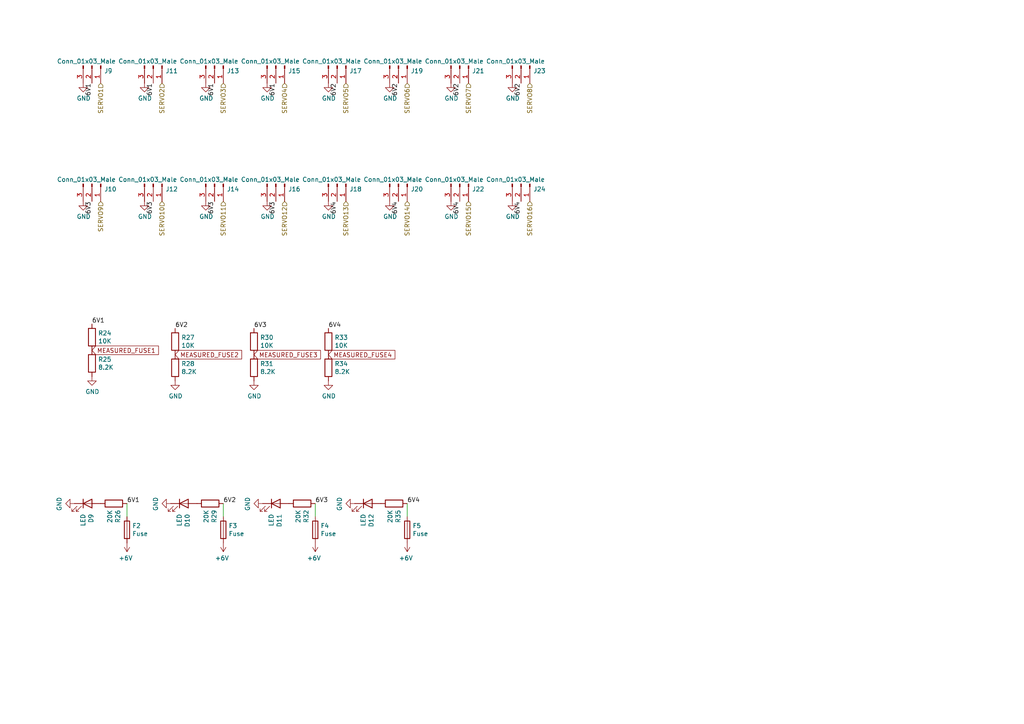
<source format=kicad_sch>
(kicad_sch (version 20230121) (generator eeschema)
  (paper "A4")
  (lib_symbols
    (symbol "Connector:Conn_01x03_Male" (pin_names (offset 1.016) hide)
      (property "Reference" "J" (at 0 5.08 0))
      (property "Value" "Conn_01x03_Male" (at 0 -5.08 0))
      (symbol "Conn_01x03_Male_1_1"
        (polyline (pts (xy 1.27 -2.54) (xy 0.8636 -2.54)) (stroke (width 0.1524)))
        (polyline (pts (xy 1.27 0) (xy 0.8636 0)) (stroke (width 0.1524)))
        (polyline (pts (xy 1.27 2.54) (xy 0.8636 2.54)) (stroke (width 0.1524)))
        (rectangle (start 0.8636 -2.413) (end 0 -2.667) (stroke (width 0.1524)) (fill (type outline)))
        (rectangle (start 0.8636 0.127) (end 0 -0.127) (stroke (width 0.1524)) (fill (type outline)))
        (rectangle (start 0.8636 2.667) (end 0 2.413) (stroke (width 0.1524)) (fill (type outline)))
        (pin passive line (at 5.08 2.54 180) (length 3.81) (name "Pin_1") (number "1"))
        (pin passive line (at 5.08 0 180) (length 3.81) (name "Pin_2") (number "2"))
        (pin passive line (at 5.08 -2.54 180) (length 3.81) (name "Pin_3") (number "3"))
      )
    )
    (symbol "Device:Fuse" (pin_numbers hide) (pin_names (offset 0))
      (property "Reference" "F" (at 2.032 0 90))
      (property "Value" "Fuse" (at -1.905 0 90))
      (symbol "Fuse_0_1"
        (rectangle (start -0.762 -2.54) (end 0.762 2.54) (stroke (width 0.254)))
        (polyline (pts (xy 0 2.54) (xy 0 -2.54)))
      )
      (symbol "Fuse_1_1"
        (pin passive line (at 0 3.81 270) (length 1.27) (name "~") (number "1"))
        (pin passive line (at 0 -3.81 90) (length 1.27) (name "~") (number "2"))
      )
    )
    (symbol "Device:LED" (pin_numbers hide) (pin_names (offset 1.016) hide)
      (property "Reference" "D" (at 0 2.54 0))
      (property "Value" "LED" (at 0 -2.54 0))
      (symbol "LED_0_1"
        (polyline (pts (xy -1.27 -1.27) (xy -1.27 1.27)) (stroke (width 0.254)))
        (polyline (pts (xy -1.27 0) (xy 1.27 0)))
        (polyline (pts (xy 1.27 -1.27) (xy 1.27 1.27) (xy -1.27 0) (xy 1.27 -1.27)) (stroke (width 0.254)))
        (polyline (pts (xy -3.048 -0.762) (xy -4.572 -2.286) (xy -3.81 -2.286) (xy -4.572 -2.286) (xy -4.572 -1.524)))
        (polyline (pts (xy -1.778 -0.762) (xy -3.302 -2.286) (xy -2.54 -2.286) (xy -3.302 -2.286) (xy -3.302 -1.524)))
      )
      (symbol "LED_1_1"
        (pin passive line (at -3.81 0 0) (length 2.54) (name "K") (number "1"))
        (pin passive line (at 3.81 0 180) (length 2.54) (name "A") (number "2"))
      )
    )
    (symbol "Device:R" (pin_numbers hide) (pin_names (offset 0))
      (property "Reference" "R" (at 2.032 0 90))
      (property "Value" "R" (at 0 0 90))
      (symbol "R_0_1"
        (rectangle (start -1.016 -2.54) (end 1.016 2.54) (stroke (width 0.254)))
      )
      (symbol "R_1_1"
        (pin passive line (at 0 3.81 270) (length 1.27) (name "~") (number "1"))
        (pin passive line (at 0 -3.81 90) (length 1.27) (name "~") (number "2"))
      )
    )
    (symbol "power:+6V" (power) (pin_names (offset 0))
      (property "Value" "+6V" (at 0 3.556 0))
      (symbol "+6V_0_1"
        (polyline (pts (xy -0.762 1.27) (xy 0 2.54)))
        (polyline (pts (xy 0 0) (xy 0 2.54)))
        (polyline (pts (xy 0 2.54) (xy 0.762 1.27)))
      )
      (symbol "+6V_1_1"
        (pin power_in line (at 0 0 90) (length 0) hide (name "+6V") (number "1"))
      )
    )
    (symbol "power:GND" (power) (pin_names (offset 0))
      (property "Value" "GND" (at 0 -3.81 0))
      (symbol "GND_0_1"
        (polyline (pts (xy 0 0) (xy 0 -1.27) (xy 1.27 -1.27) (xy 0 -2.54) (xy -1.27 -1.27) (xy 0 -1.27)))
      )
      (symbol "GND_1_1"
        (pin power_in line (at 0 0 270) (length 0) hide (name "GND") (number "1"))
      )
    )
  )
  (wire (pts (xy 64.77 146.05) (xy 64.77 149.86)))
  (wire (pts (xy 36.83 146.05) (xy 36.83 149.86)))
  (wire (pts (xy 118.11 146.05) (xy 118.11 149.86)))
  (wire (pts (xy 91.44 146.05) (xy 91.44 149.86)))
  (label "6V1" (at 80.01 24.13 270))
  (label "6V1" (at 26.67 24.13 270))
  (label "6V4" (at 95.25 95.25 0))
  (label "6V1" (at 62.23 24.13 270))
  (label "6V3" (at 26.67 58.42 270))
  (label "6V1" (at 44.45 24.13 270))
  (label "6V4" (at 97.79 58.42 270))
  (label "6V1" (at 36.83 146.05 0))
  (label "6V1" (at 26.67 93.98 0))
  (label "6V3" (at 80.01 58.42 270))
  (label "6V4" (at 151.13 58.42 270))
  (label "6V2" (at 64.77 146.05 0))
  (label "6V2" (at 151.13 24.13 270))
  (label "6V2" (at 115.57 24.13 270))
  (label "6V3" (at 73.66 95.25 0))
  (label "6V4" (at 118.11 146.05 0))
  (label "6V3" (at 91.44 146.05 0))
  (label "6V2" (at 133.35 24.13 270))
  (label "6V3" (at 62.23 58.42 270))
  (label "6V3" (at 44.45 58.42 270))
  (label "6V4" (at 115.57 58.42 270))
  (label "6V2" (at 97.79 24.13 270))
  (label "6V4" (at 133.35 58.42 270))
  (label "6V2" (at 50.8 95.25 0))
  (global_label "MEASURED_FUSE1" (shape input) (at 26.67 101.6 0) (property "Intersheetrefs" "${INTERSHEET_REFS}" (effects hide)))
  (global_label "MEASURED_FUSE3" (shape input) (at 73.66 102.87 0) (property "Intersheetrefs" "${INTERSHEET_REFS}" (effects hide)))
  (global_label "MEASURED_FUSE4" (shape input) (at 95.25 102.87 0) (property "Intersheetrefs" "${INTERSHEET_REFS}" (effects hide)))
  (global_label "MEASURED_FUSE2" (shape input) (at 50.8 102.87 0) (property "Intersheetrefs" "${INTERSHEET_REFS}" (effects hide)))
  (hierarchical_label "SERVO15" (shape input) (at 135.89 58.42 270))
  (hierarchical_label "SERVO16" (shape input) (at 153.67 58.42 270))
  (hierarchical_label "SERVO6" (shape input) (at 118.11 24.13 270))
  (hierarchical_label "SERVO3" (shape input) (at 64.77 24.13 270))
  (hierarchical_label "SERVO13" (shape input) (at 100.33 58.42 270))
  (hierarchical_label "SERVO7" (shape input) (at 135.89 24.13 270))
  (hierarchical_label "SERVO5" (shape input) (at 100.33 24.13 270))
  (hierarchical_label "SERVO4" (shape input) (at 82.55 24.13 270))
  (hierarchical_label "SERVO10" (shape input) (at 46.99 58.42 270))
  (hierarchical_label "SERVO11" (shape input) (at 64.77 58.42 270))
  (hierarchical_label "SERVO1" (shape input) (at 29.21 24.13 270))
  (hierarchical_label "SERVO8" (shape input) (at 153.67 24.13 270))
  (hierarchical_label "SERVO9" (shape input) (at 29.21 58.42 270))
  (hierarchical_label "SERVO12" (shape input) (at 82.55 58.42 270))
  (hierarchical_label "SERVO14" (shape input) (at 118.11 58.42 270))
  (hierarchical_label "SERVO2" (shape input) (at 46.99 24.13 270))
  (symbol (lib_id "Connector:Conn_01x03_Male") (at 26.67 19.05 270) (unit 1)
    (property "Reference" "J9" (at 30.226 20.574 90) (effects (justify left)))
    (property "Value" "Conn_01x03_Male" (at 16.51 17.78 90) (effects (justify left)))
    (property "Footprint" "Connector_PinHeader_2.54mm:PinHeader_1x03_P2.54mm_Vertical" (effects hide))
  )
  (symbol (lib_id "Connector:Conn_01x03_Male") (at 44.45 19.05 270) (unit 1)
    (property "Reference" "J11" (at 48.006 20.574 90) (effects (justify left)))
    (property "Value" "Conn_01x03_Male" (at 34.29 17.78 90) (effects (justify left)))
    (property "Footprint" "Connector_PinHeader_2.54mm:PinHeader_1x03_P2.54mm_Vertical" (effects hide))
  )
  (symbol (lib_id "Connector:Conn_01x03_Male") (at 62.23 19.05 270) (unit 1)
    (property "Reference" "J13" (at 65.786 20.574 90) (effects (justify left)))
    (property "Value" "Conn_01x03_Male" (at 52.07 17.78 90) (effects (justify left)))
    (property "Footprint" "Connector_PinHeader_2.54mm:PinHeader_1x03_P2.54mm_Vertical" (effects hide))
  )
  (symbol (lib_id "Connector:Conn_01x03_Male") (at 80.01 19.05 270) (unit 1)
    (property "Reference" "J15" (at 83.566 20.574 90) (effects (justify left)))
    (property "Value" "Conn_01x03_Male" (at 69.85 17.78 90) (effects (justify left)))
    (property "Footprint" "Connector_PinHeader_2.54mm:PinHeader_1x03_P2.54mm_Vertical" (effects hide))
  )
  (symbol (lib_id "power:+6V") (at 36.83 157.48 180) (unit 1)
    (property "Reference" "#PWR0159" (effects hide))
    (property "Value" "+6V" (at 36.449 161.8742 0))
  )
  (symbol (lib_id "Device:Fuse") (at 36.83 153.67 0) (unit 1)
    (property "Reference" "F2" (at 38.354 152.5016 0) (effects (justify left)))
    (property "Value" "Fuse" (at 38.354 154.813 0) (effects (justify left)))
    (property "Footprint" "0155.500:0154500DRTL" (effects hide))
  )
  (symbol (lib_id "Device:LED") (at 25.4 146.05 0) (unit 1)
    (property "Reference" "D9" (at 26.3906 149.0218 90) (effects (justify right)))
    (property "Value" "LED" (at 24.0792 149.0218 90) (effects (justify right)))
    (property "Footprint" "LED_SMD:LED_0603_1608Metric" (effects hide))
  )
  (symbol (lib_id "power:GND") (at 21.59 146.05 270) (unit 1)
    (property "Reference" "#PWR0160" (effects hide))
    (property "Value" "GND" (at 17.1958 146.177 0))
  )
  (symbol (lib_id "Device:R") (at 33.02 146.05 270) (unit 1)
    (property "Reference" "R26" (at 34.1884 147.828 0) (effects (justify left)))
    (property "Value" "20K" (at 31.877 147.828 0) (effects (justify left)))
    (property "Footprint" "Resistor_SMD:R_0402_1005Metric" (effects hide))
  )
  (symbol (lib_id "power:+6V") (at 64.77 157.48 180) (unit 1)
    (property "Reference" "#PWR0161" (effects hide))
    (property "Value" "+6V" (at 64.389 161.8742 0))
  )
  (symbol (lib_id "Device:Fuse") (at 64.77 153.67 0) (unit 1)
    (property "Reference" "F3" (at 66.294 152.5016 0) (effects (justify left)))
    (property "Value" "Fuse" (at 66.294 154.813 0) (effects (justify left)))
    (property "Footprint" "0155.500:0154500DRTL" (effects hide))
  )
  (symbol (lib_id "Device:LED") (at 53.34 146.05 0) (unit 1)
    (property "Reference" "D10" (at 54.3306 149.0218 90) (effects (justify right)))
    (property "Value" "LED" (at 52.0192 149.0218 90) (effects (justify right)))
    (property "Footprint" "LED_SMD:LED_0603_1608Metric" (effects hide))
  )
  (symbol (lib_id "power:GND") (at 49.53 146.05 270) (unit 1)
    (property "Reference" "#PWR0162" (effects hide))
    (property "Value" "GND" (at 45.1358 146.177 0))
  )
  (symbol (lib_id "Device:R") (at 60.96 146.05 270) (unit 1)
    (property "Reference" "R29" (at 62.1284 147.828 0) (effects (justify left)))
    (property "Value" "20K" (at 59.817 147.828 0) (effects (justify left)))
    (property "Footprint" "Resistor_SMD:R_0402_1005Metric" (effects hide))
  )
  (symbol (lib_id "power:+6V") (at 91.44 157.48 180) (unit 1)
    (property "Reference" "#PWR0163" (effects hide))
    (property "Value" "+6V" (at 91.059 161.8742 0))
  )
  (symbol (lib_id "Device:Fuse") (at 91.44 153.67 0) (unit 1)
    (property "Reference" "F4" (at 92.964 152.5016 0) (effects (justify left)))
    (property "Value" "Fuse" (at 92.964 154.813 0) (effects (justify left)))
    (property "Footprint" "0155.500:0154500DRTL" (effects hide))
  )
  (symbol (lib_id "Device:LED") (at 80.01 146.05 0) (unit 1)
    (property "Reference" "D11" (at 81.0006 149.0218 90) (effects (justify right)))
    (property "Value" "LED" (at 78.6892 149.0218 90) (effects (justify right)))
    (property "Footprint" "LED_SMD:LED_0603_1608Metric" (effects hide))
  )
  (symbol (lib_id "power:GND") (at 76.2 146.05 270) (unit 1)
    (property "Reference" "#PWR0164" (effects hide))
    (property "Value" "GND" (at 71.8058 146.177 0))
  )
  (symbol (lib_id "Device:R") (at 87.63 146.05 270) (unit 1)
    (property "Reference" "R32" (at 88.7984 147.828 0) (effects (justify left)))
    (property "Value" "20K" (at 86.487 147.828 0) (effects (justify left)))
    (property "Footprint" "Resistor_SMD:R_0402_1005Metric" (effects hide))
  )
  (symbol (lib_id "power:+6V") (at 118.11 157.48 180) (unit 1)
    (property "Reference" "#PWR0165" (effects hide))
    (property "Value" "+6V" (at 117.729 161.8742 0))
  )
  (symbol (lib_id "Device:Fuse") (at 118.11 153.67 0) (unit 1)
    (property "Reference" "F5" (at 119.634 152.5016 0) (effects (justify left)))
    (property "Value" "Fuse" (at 119.634 154.813 0) (effects (justify left)))
    (property "Footprint" "0155.500:0154500DRTL" (effects hide))
  )
  (symbol (lib_id "Device:LED") (at 106.68 146.05 0) (unit 1)
    (property "Reference" "D12" (at 107.6706 149.0218 90) (effects (justify right)))
    (property "Value" "LED" (at 105.3592 149.0218 90) (effects (justify right)))
    (property "Footprint" "LED_SMD:LED_0603_1608Metric" (effects hide))
  )
  (symbol (lib_id "power:GND") (at 102.87 146.05 270) (unit 1)
    (property "Reference" "#PWR0166" (effects hide))
    (property "Value" "GND" (at 98.4758 146.177 0))
  )
  (symbol (lib_id "Device:R") (at 114.3 146.05 270) (unit 1)
    (property "Reference" "R35" (at 115.4684 147.828 0) (effects (justify left)))
    (property "Value" "20K" (at 113.157 147.828 0) (effects (justify left)))
    (property "Footprint" "Resistor_SMD:R_0402_1005Metric" (effects hide))
  )
  (symbol (lib_id "power:GND") (at 24.13 24.13 0) (unit 1)
    (property "Reference" "#PWR0167" (effects hide))
    (property "Value" "GND" (at 24.257 28.5242 0))
  )
  (symbol (lib_id "power:GND") (at 41.91 24.13 0) (unit 1)
    (property "Reference" "#PWR0168" (effects hide))
    (property "Value" "GND" (at 42.037 28.5242 0))
  )
  (symbol (lib_id "power:GND") (at 59.69 24.13 0) (unit 1)
    (property "Reference" "#PWR0169" (effects hide))
    (property "Value" "GND" (at 59.817 28.5242 0))
  )
  (symbol (lib_id "power:GND") (at 77.47 24.13 0) (unit 1)
    (property "Reference" "#PWR0170" (effects hide))
    (property "Value" "GND" (at 77.597 28.5242 0))
  )
  (symbol (lib_id "Connector:Conn_01x03_Male") (at 97.79 19.05 270) (unit 1)
    (property "Reference" "J17" (at 101.346 20.574 90) (effects (justify left)))
    (property "Value" "Conn_01x03_Male" (at 87.63 17.78 90) (effects (justify left)))
    (property "Footprint" "Connector_PinHeader_2.54mm:PinHeader_1x03_P2.54mm_Vertical" (effects hide))
  )
  (symbol (lib_id "Connector:Conn_01x03_Male") (at 115.57 19.05 270) (unit 1)
    (property "Reference" "J19" (at 119.126 20.574 90) (effects (justify left)))
    (property "Value" "Conn_01x03_Male" (at 105.41 17.78 90) (effects (justify left)))
    (property "Footprint" "Connector_PinHeader_2.54mm:PinHeader_1x03_P2.54mm_Vertical" (effects hide))
  )
  (symbol (lib_id "Connector:Conn_01x03_Male") (at 133.35 19.05 270) (unit 1)
    (property "Reference" "J21" (at 136.906 20.574 90) (effects (justify left)))
    (property "Value" "Conn_01x03_Male" (at 123.19 17.78 90) (effects (justify left)))
    (property "Footprint" "Connector_PinHeader_2.54mm:PinHeader_1x03_P2.54mm_Vertical" (effects hide))
  )
  (symbol (lib_id "Connector:Conn_01x03_Male") (at 151.13 19.05 270) (unit 1)
    (property "Reference" "J23" (at 154.686 20.574 90) (effects (justify left)))
    (property "Value" "Conn_01x03_Male" (at 140.97 17.78 90) (effects (justify left)))
    (property "Footprint" "Connector_PinHeader_2.54mm:PinHeader_1x03_P2.54mm_Vertical" (effects hide))
  )
  (symbol (lib_id "power:GND") (at 95.25 24.13 0) (unit 1)
    (property "Reference" "#PWR0171" (effects hide))
    (property "Value" "GND" (at 95.377 28.5242 0))
  )
  (symbol (lib_id "power:GND") (at 113.03 24.13 0) (unit 1)
    (property "Reference" "#PWR0172" (effects hide))
    (property "Value" "GND" (at 113.157 28.5242 0))
  )
  (symbol (lib_id "power:GND") (at 130.81 24.13 0) (unit 1)
    (property "Reference" "#PWR0173" (effects hide))
    (property "Value" "GND" (at 130.937 28.5242 0))
  )
  (symbol (lib_id "power:GND") (at 148.59 24.13 0) (unit 1)
    (property "Reference" "#PWR0174" (effects hide))
    (property "Value" "GND" (at 148.717 28.5242 0))
  )
  (symbol (lib_id "Connector:Conn_01x03_Male") (at 26.67 53.34 270) (unit 1)
    (property "Reference" "J10" (at 30.226 54.864 90) (effects (justify left)))
    (property "Value" "Conn_01x03_Male" (at 16.51 52.07 90) (effects (justify left)))
    (property "Footprint" "Connector_PinHeader_2.54mm:PinHeader_1x03_P2.54mm_Vertical" (effects hide))
  )
  (symbol (lib_id "Connector:Conn_01x03_Male") (at 44.45 53.34 270) (unit 1)
    (property "Reference" "J12" (at 48.006 54.864 90) (effects (justify left)))
    (property "Value" "Conn_01x03_Male" (at 34.29 52.07 90) (effects (justify left)))
    (property "Footprint" "Connector_PinHeader_2.54mm:PinHeader_1x03_P2.54mm_Vertical" (effects hide))
  )
  (symbol (lib_id "Connector:Conn_01x03_Male") (at 62.23 53.34 270) (unit 1)
    (property "Reference" "J14" (at 65.786 54.864 90) (effects (justify left)))
    (property "Value" "Conn_01x03_Male" (at 52.07 52.07 90) (effects (justify left)))
    (property "Footprint" "Connector_PinHeader_2.54mm:PinHeader_1x03_P2.54mm_Vertical" (effects hide))
  )
  (symbol (lib_id "Connector:Conn_01x03_Male") (at 80.01 53.34 270) (unit 1)
    (property "Reference" "J16" (at 83.566 54.864 90) (effects (justify left)))
    (property "Value" "Conn_01x03_Male" (at 69.85 52.07 90) (effects (justify left)))
    (property "Footprint" "Connector_PinHeader_2.54mm:PinHeader_1x03_P2.54mm_Vertical" (effects hide))
  )
  (symbol (lib_id "power:GND") (at 24.13 58.42 0) (unit 1)
    (property "Reference" "#PWR0175" (effects hide))
    (property "Value" "GND" (at 24.257 62.8142 0))
  )
  (symbol (lib_id "power:GND") (at 41.91 58.42 0) (unit 1)
    (property "Reference" "#PWR0176" (effects hide))
    (property "Value" "GND" (at 42.037 62.8142 0))
  )
  (symbol (lib_id "power:GND") (at 59.69 58.42 0) (unit 1)
    (property "Reference" "#PWR0177" (effects hide))
    (property "Value" "GND" (at 59.817 62.8142 0))
  )
  (symbol (lib_id "power:GND") (at 77.47 58.42 0) (unit 1)
    (property "Reference" "#PWR0178" (effects hide))
    (property "Value" "GND" (at 77.597 62.8142 0))
  )
  (symbol (lib_id "Connector:Conn_01x03_Male") (at 97.79 53.34 270) (unit 1)
    (property "Reference" "J18" (at 101.346 54.864 90) (effects (justify left)))
    (property "Value" "Conn_01x03_Male" (at 87.63 52.07 90) (effects (justify left)))
    (property "Footprint" "Connector_PinHeader_2.54mm:PinHeader_1x03_P2.54mm_Vertical" (effects hide))
  )
  (symbol (lib_id "Connector:Conn_01x03_Male") (at 115.57 53.34 270) (unit 1)
    (property "Reference" "J20" (at 119.126 54.864 90) (effects (justify left)))
    (property "Value" "Conn_01x03_Male" (at 105.41 52.07 90) (effects (justify left)))
    (property "Footprint" "Connector_PinHeader_2.54mm:PinHeader_1x03_P2.54mm_Vertical" (effects hide))
  )
  (symbol (lib_id "Connector:Conn_01x03_Male") (at 133.35 53.34 270) (unit 1)
    (property "Reference" "J22" (at 136.906 54.864 90) (effects (justify left)))
    (property "Value" "Conn_01x03_Male" (at 123.19 52.07 90) (effects (justify left)))
    (property "Footprint" "Connector_PinHeader_2.54mm:PinHeader_1x03_P2.54mm_Vertical" (effects hide))
  )
  (symbol (lib_id "Connector:Conn_01x03_Male") (at 151.13 53.34 270) (unit 1)
    (property "Reference" "J24" (at 154.686 54.864 90) (effects (justify left)))
    (property "Value" "Conn_01x03_Male" (at 140.97 52.07 90) (effects (justify left)))
    (property "Footprint" "Connector_PinHeader_2.54mm:PinHeader_1x03_P2.54mm_Vertical" (effects hide))
  )
  (symbol (lib_id "power:GND") (at 95.25 58.42 0) (unit 1)
    (property "Reference" "#PWR0179" (effects hide))
    (property "Value" "GND" (at 95.377 62.8142 0))
  )
  (symbol (lib_id "power:GND") (at 113.03 58.42 0) (unit 1)
    (property "Reference" "#PWR0180" (effects hide))
    (property "Value" "GND" (at 113.157 62.8142 0))
  )
  (symbol (lib_id "power:GND") (at 130.81 58.42 0) (unit 1)
    (property "Reference" "#PWR0181" (effects hide))
    (property "Value" "GND" (at 130.937 62.8142 0))
  )
  (symbol (lib_id "power:GND") (at 148.59 58.42 0) (unit 1)
    (property "Reference" "#PWR0182" (effects hide))
    (property "Value" "GND" (at 148.717 62.8142 0))
  )
  (symbol (lib_id "Device:R") (at 26.67 97.79 0) (unit 1)
    (property "Reference" "R24" (at 28.448 96.6216 0) (effects (justify left)))
    (property "Value" "10K" (at 28.448 98.933 0) (effects (justify left)))
    (property "Footprint" "Resistor_SMD:R_0402_1005Metric" (effects hide))
  )
  (symbol (lib_id "Device:R") (at 26.67 105.41 0) (unit 1)
    (property "Reference" "R25" (at 28.448 104.2416 0) (effects (justify left)))
    (property "Value" "8.2K" (at 28.448 106.553 0) (effects (justify left)))
    (property "Footprint" "Resistor_SMD:R_0402_1005Metric" (effects hide))
  )
  (symbol (lib_id "power:GND") (at 26.67 109.22 0) (unit 1)
    (property "Reference" "#PWR0183" (effects hide))
    (property "Value" "GND" (at 26.797 113.6142 0))
  )
  (symbol (lib_id "Device:R") (at 50.8 99.06 0) (unit 1)
    (property "Reference" "R27" (at 52.578 97.8916 0) (effects (justify left)))
    (property "Value" "10K" (at 52.578 100.203 0) (effects (justify left)))
    (property "Footprint" "Resistor_SMD:R_0402_1005Metric" (effects hide))
  )
  (symbol (lib_id "Device:R") (at 50.8 106.68 0) (unit 1)
    (property "Reference" "R28" (at 52.578 105.5116 0) (effects (justify left)))
    (property "Value" "8.2K" (at 52.578 107.823 0) (effects (justify left)))
    (property "Footprint" "Resistor_SMD:R_0402_1005Metric" (effects hide))
  )
  (symbol (lib_id "power:GND") (at 50.8 110.49 0) (unit 1)
    (property "Reference" "#PWR0184" (effects hide))
    (property "Value" "GND" (at 50.927 114.8842 0))
  )
  (symbol (lib_id "Device:R") (at 73.66 99.06 0) (unit 1)
    (property "Reference" "R30" (at 75.438 97.8916 0) (effects (justify left)))
    (property "Value" "10K" (at 75.438 100.203 0) (effects (justify left)))
    (property "Footprint" "Resistor_SMD:R_0402_1005Metric" (effects hide))
  )
  (symbol (lib_id "Device:R") (at 73.66 106.68 0) (unit 1)
    (property "Reference" "R31" (at 75.438 105.5116 0) (effects (justify left)))
    (property "Value" "8.2K" (at 75.438 107.823 0) (effects (justify left)))
    (property "Footprint" "Resistor_SMD:R_0402_1005Metric" (effects hide))
  )
  (symbol (lib_id "power:GND") (at 73.66 110.49 0) (unit 1)
    (property "Reference" "#PWR0185" (effects hide))
    (property "Value" "GND" (at 73.787 114.8842 0))
  )
  (symbol (lib_id "Device:R") (at 95.25 99.06 0) (unit 1)
    (property "Reference" "R33" (at 97.028 97.8916 0) (effects (justify left)))
    (property "Value" "10K" (at 97.028 100.203 0) (effects (justify left)))
    (property "Footprint" "Resistor_SMD:R_0402_1005Metric" (effects hide))
  )
  (symbol (lib_id "Device:R") (at 95.25 106.68 0) (unit 1)
    (property "Reference" "R34" (at 97.028 105.5116 0) (effects (justify left)))
    (property "Value" "8.2K" (at 97.028 107.823 0) (effects (justify left)))
    (property "Footprint" "Resistor_SMD:R_0402_1005Metric" (effects hide))
  )
  (symbol (lib_id "power:GND") (at 95.25 110.49 0) (unit 1)
    (property "Reference" "#PWR0186" (effects hide))
    (property "Value" "GND" (at 95.377 114.8842 0))
  )
)
</source>
